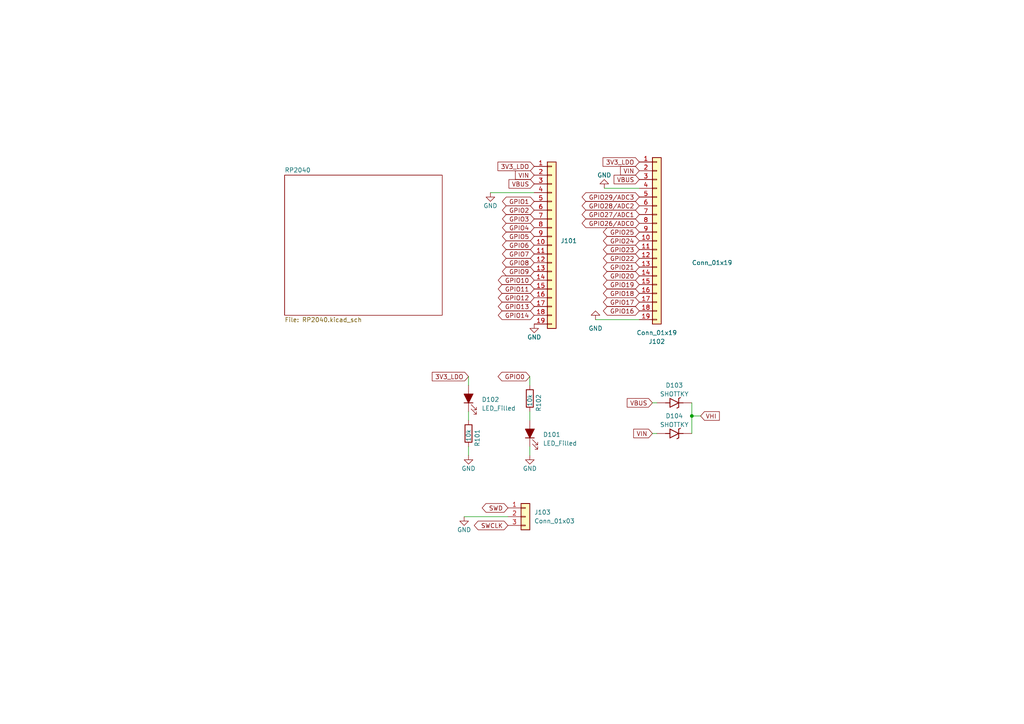
<source format=kicad_sch>
(kicad_sch (version 20211123) (generator eeschema)
  (paper "A4")
  (title_block (title "RP2040 Template") (date "2022-04-24") (rev "2") (company "J & R Creative Technologies Inc.") (comment 1 "@RangenMichael") (comment 2 "https://twitter.com/RangenMichael") (comment 3 "MIT License") (comment 4 "https://github.com/mrangen/RP2040-Dev-Board"))
  (lib_symbols
    (symbol "Connector_Generic:Conn_01x03" (pin_names (offset 1.016) hide)
      (property "Reference" "J" (at 0 5.08 0))
      (property "Value" "Conn_01x03" (at 0 -5.08 0))
      (symbol "Conn_01x03_1_1"
        (rectangle (start -1.27 -2.413) (end 0 -2.667) (stroke (width 0.1524)))
        (rectangle (start -1.27 0.127) (end 0 -0.127) (stroke (width 0.1524)))
        (rectangle (start -1.27 2.667) (end 0 2.413) (stroke (width 0.1524)))
        (rectangle (start -1.27 3.81) (end 1.27 -3.81) (stroke (width 0.254)) (fill (type background)))
        (pin passive line (at -5.08 2.54 0) (length 3.81) (name "Pin_1") (number "1"))
        (pin passive line (at -5.08 0 0) (length 3.81) (name "Pin_2") (number "2"))
        (pin passive line (at -5.08 -2.54 0) (length 3.81) (name "Pin_3") (number "3"))
      )
    )
    (symbol "Connector_Generic:Conn_01x19" (pin_names (offset 1.016) hide)
      (property "Reference" "J" (at 0 25.4 0))
      (property "Value" "Conn_01x19" (at 0 -25.4 0))
      (symbol "Conn_01x19_1_1"
        (rectangle (start -1.27 -22.733) (end 0 -22.987) (stroke (width 0.1524)))
        (rectangle (start -1.27 -20.193) (end 0 -20.447) (stroke (width 0.1524)))
        (rectangle (start -1.27 -17.653) (end 0 -17.907) (stroke (width 0.1524)))
        (rectangle (start -1.27 -15.113) (end 0 -15.367) (stroke (width 0.1524)))
        (rectangle (start -1.27 -12.573) (end 0 -12.827) (stroke (width 0.1524)))
        (rectangle (start -1.27 -10.033) (end 0 -10.287) (stroke (width 0.1524)))
        (rectangle (start -1.27 -7.493) (end 0 -7.747) (stroke (width 0.1524)))
        (rectangle (start -1.27 -4.953) (end 0 -5.207) (stroke (width 0.1524)))
        (rectangle (start -1.27 -2.413) (end 0 -2.667) (stroke (width 0.1524)))
        (rectangle (start -1.27 0.127) (end 0 -0.127) (stroke (width 0.1524)))
        (rectangle (start -1.27 2.667) (end 0 2.413) (stroke (width 0.1524)))
        (rectangle (start -1.27 5.207) (end 0 4.953) (stroke (width 0.1524)))
        (rectangle (start -1.27 7.747) (end 0 7.493) (stroke (width 0.1524)))
        (rectangle (start -1.27 10.287) (end 0 10.033) (stroke (width 0.1524)))
        (rectangle (start -1.27 12.827) (end 0 12.573) (stroke (width 0.1524)))
        (rectangle (start -1.27 15.367) (end 0 15.113) (stroke (width 0.1524)))
        (rectangle (start -1.27 17.907) (end 0 17.653) (stroke (width 0.1524)))
        (rectangle (start -1.27 20.447) (end 0 20.193) (stroke (width 0.1524)))
        (rectangle (start -1.27 22.987) (end 0 22.733) (stroke (width 0.1524)))
        (rectangle (start -1.27 24.13) (end 1.27 -24.13) (stroke (width 0.254)) (fill (type background)))
        (pin passive line (at -5.08 22.86 0) (length 3.81) (name "Pin_1") (number "1"))
        (pin passive line (at -5.08 0 0) (length 3.81) (name "Pin_10") (number "10"))
        (pin passive line (at -5.08 -2.54 0) (length 3.81) (name "Pin_11") (number "11"))
        (pin passive line (at -5.08 -5.08 0) (length 3.81) (name "Pin_12") (number "12"))
        (pin passive line (at -5.08 -7.62 0) (length 3.81) (name "Pin_13") (number "13"))
        (pin passive line (at -5.08 -10.16 0) (length 3.81) (name "Pin_14") (number "14"))
        (pin passive line (at -5.08 -12.7 0) (length 3.81) (name "Pin_15") (number "15"))
        (pin passive line (at -5.08 -15.24 0) (length 3.81) (name "Pin_16") (number "16"))
        (pin passive line (at -5.08 -17.78 0) (length 3.81) (name "Pin_17") (number "17"))
        (pin passive line (at -5.08 -20.32 0) (length 3.81) (name "Pin_18") (number "18"))
        (pin passive line (at -5.08 -22.86 0) (length 3.81) (name "Pin_19") (number "19"))
        (pin passive line (at -5.08 20.32 0) (length 3.81) (name "Pin_2") (number "2"))
        (pin passive line (at -5.08 17.78 0) (length 3.81) (name "Pin_3") (number "3"))
        (pin passive line (at -5.08 15.24 0) (length 3.81) (name "Pin_4") (number "4"))
        (pin passive line (at -5.08 12.7 0) (length 3.81) (name "Pin_5") (number "5"))
        (pin passive line (at -5.08 10.16 0) (length 3.81) (name "Pin_6") (number "6"))
        (pin passive line (at -5.08 7.62 0) (length 3.81) (name "Pin_7") (number "7"))
        (pin passive line (at -5.08 5.08 0) (length 3.81) (name "Pin_8") (number "8"))
        (pin passive line (at -5.08 2.54 0) (length 3.81) (name "Pin_9") (number "9"))
      )
    )
    (symbol "DIODE-SHOTTKY_MBRA140_1" (pin_numbers hide) (pin_names (offset 1.27) hide)
      (property "Reference" "D103" (at 0 5.08 0))
      (property "Value" "SHOTTKY" (at 0 2.54 0))
      (symbol "DIODE-SHOTTKY_MBRA140_1_1_0"
        (polyline (pts (xy -2.54 0) (xy -1.27 0)) (stroke (width 0.254)))
        (polyline (pts (xy -1.27 -1.27) (xy 1.27 0)) (stroke (width 0.254)))
        (polyline (pts (xy -1.27 0) (xy -1.27 -1.27)) (stroke (width 0.254)))
        (polyline (pts (xy -1.27 1.27) (xy -1.27 0)) (stroke (width 0.254)))
        (polyline (pts (xy 1.27 -1.27) (xy 0.762 -1.524)) (stroke (width 0.254)))
        (polyline (pts (xy 1.27 0) (xy -1.27 1.27)) (stroke (width 0.254)))
        (polyline (pts (xy 1.27 0) (xy 1.27 -1.27)) (stroke (width 0.254)))
        (polyline (pts (xy 1.27 1.27) (xy 1.27 0)) (stroke (width 0.254)))
        (polyline (pts (xy 1.27 1.27) (xy 1.778 1.524)) (stroke (width 0.254)))
        (polyline (pts (xy 2.54 0) (xy 1.27 0)) (stroke (width 0.254)))
      )
      (symbol "DIODE-SHOTTKY_MBRA140_1_1_1"
        (pin passive line (at 5.08 0 180) (length 2.54) (name "C") (number "1"))
        (pin passive line (at -5.08 0 0) (length 2.54) (name "A") (number "2"))
      )
    )
    (symbol "Device:LED_Filled" (pin_numbers hide) (pin_names (offset 1.016) hide)
      (property "Reference" "D" (at 0 2.54 0))
      (property "Value" "LED_Filled" (at 0 -2.54 0))
      (symbol "LED_Filled_0_1"
        (polyline (pts (xy -1.27 -1.27) (xy -1.27 1.27)) (stroke (width 0.254)))
        (polyline (pts (xy -1.27 0) (xy 1.27 0)))
        (polyline (pts (xy 1.27 -1.27) (xy 1.27 1.27) (xy -1.27 0) (xy 1.27 -1.27)) (stroke (width 0.254)) (fill (type outline)))
        (polyline (pts (xy -3.048 -0.762) (xy -4.572 -2.286) (xy -3.81 -2.286) (xy -4.572 -2.286) (xy -4.572 -1.524)))
        (polyline (pts (xy -1.778 -0.762) (xy -3.302 -2.286) (xy -2.54 -2.286) (xy -3.302 -2.286) (xy -3.302 -1.524)))
      )
      (symbol "LED_Filled_1_1"
        (pin passive line (at -3.81 0 0) (length 2.54) (name "K") (number "1"))
        (pin passive line (at 3.81 0 180) (length 2.54) (name "A") (number "2"))
      )
    )
    (symbol "Device:R" (pin_numbers hide) (pin_names (offset 0))
      (property "Reference" "R" (at 2.032 0 90))
      (property "Value" "R" (at 0 0 90))
      (symbol "R_0_1"
        (rectangle (start -1.016 -2.54) (end 1.016 2.54) (stroke (width 0.254)))
      )
      (symbol "R_1_1"
        (pin passive line (at 0 3.81 270) (length 1.27) (name "~") (number "1"))
        (pin passive line (at 0 -3.81 90) (length 1.27) (name "~") (number "2"))
      )
    )
    (symbol "power:GND" (power) (pin_names (offset 0))
      (property "Value" "GND" (at 0 -3.81 0))
      (symbol "GND_0_1"
        (polyline (pts (xy 0 0) (xy 0 -1.27) (xy 1.27 -1.27) (xy 0 -2.54) (xy -1.27 -1.27) (xy 0 -1.27)))
      )
      (symbol "GND_1_1"
        (pin power_in line (at 0 0 270) (length 0) hide (name "GND") (number "1"))
      )
    )
  )
  (junction (at 200.66 120.65))
  (wire (pts (xy 135.89 119.38) (xy 135.89 121.92)))
  (wire (pts (xy 189.23 116.84) (xy 190.5 116.84)))
  (wire (pts (xy 134.62 149.86) (xy 147.32 149.86)))
  (wire (pts (xy 135.89 109.22) (xy 135.89 111.76)))
  (wire (pts (xy 200.66 120.65) (xy 203.2 120.65)))
  (wire (pts (xy 153.67 109.22) (xy 153.67 111.76)))
  (wire (pts (xy 135.89 129.54) (xy 135.89 132.08)))
  (wire (pts (xy 185.42 92.71) (xy 172.72 92.71)))
  (wire (pts (xy 142.24 55.88) (xy 154.94 55.88)))
  (wire (pts (xy 153.67 129.54) (xy 153.67 132.08)))
  (wire (pts (xy 200.66 120.65) (xy 200.66 125.73)))
  (wire (pts (xy 153.67 119.38) (xy 153.67 121.92)))
  (wire (pts (xy 200.66 116.84) (xy 200.66 120.65)))
  (wire (pts (xy 185.42 54.61) (xy 175.26 54.61)))
  (wire (pts (xy 189.23 125.73) (xy 190.5 125.73)))
  (global_label "GPIO18" (shape tri_state) (at 185.42 85.09 180) (property "Intersheet References" "${INTERSHEET_REFS}" (effects hide)))
  (global_label "GPIO9" (shape tri_state) (at 154.94 78.74 180) (property "Intersheet References" "${INTERSHEET_REFS}" (effects hide)))
  (global_label "GPIO4" (shape tri_state) (at 154.94 66.04 180) (property "Intersheet References" "${INTERSHEET_REFS}" (effects hide)))
  (global_label "VBUS" (shape input) (at 154.94 53.34 180) (property "Intersheet References" "${INTERSHEET_REFS}" (effects hide)))
  (global_label "SWCLK" (shape tri_state) (at 147.32 152.4 180) (property "Intersheet References" "${INTERSHEET_REFS}" (effects hide)))
  (global_label "3V3_LDO" (shape input) (at 135.89 109.22 180) (property "Intersheet References" "${INTERSHEET_REFS}" (effects hide)))
  (global_label "GPIO14" (shape tri_state) (at 154.94 91.44 180) (property "Intersheet References" "${INTERSHEET_REFS}" (effects hide)))
  (global_label "GPIO12" (shape tri_state) (at 154.94 86.36 180) (property "Intersheet References" "${INTERSHEET_REFS}" (effects hide)))
  (global_label "GPIO24" (shape tri_state) (at 185.42 69.85 180) (property "Intersheet References" "${INTERSHEET_REFS}" (effects hide)))
  (global_label "GPIO10" (shape tri_state) (at 154.94 81.28 180) (property "Intersheet References" "${INTERSHEET_REFS}" (effects hide)))
  (global_label "VHI" (shape input) (at 203.2 120.65 0) (property "Intersheet References" "${INTERSHEET_REFS}" (effects hide)))
  (global_label "3V3_LDO" (shape input) (at 154.94 48.26 180) (property "Intersheet References" "${INTERSHEET_REFS}" (effects hide)))
  (global_label "GPIO22" (shape tri_state) (at 185.42 74.93 180) (property "Intersheet References" "${INTERSHEET_REFS}" (effects hide)))
  (global_label "GPIO1" (shape tri_state) (at 154.94 58.42 180) (property "Intersheet References" "${INTERSHEET_REFS}" (effects hide)))
  (global_label "SWD" (shape tri_state) (at 147.32 147.32 180) (property "Intersheet References" "${INTERSHEET_REFS}" (effects hide)))
  (global_label "VBUS" (shape input) (at 189.23 116.84 180) (property "Intersheet References" "${INTERSHEET_REFS}" (effects hide)))
  (global_label "GPIO17" (shape tri_state) (at 185.42 87.63 180) (property "Intersheet References" "${INTERSHEET_REFS}" (effects hide)))
  (global_label "GPIO27{slash}ADC1" (shape tri_state) (at 185.42 62.23 180) (property "Intersheet References" "${INTERSHEET_REFS}" (effects hide)))
  (global_label "GPIO2" (shape tri_state) (at 154.94 60.96 180) (property "Intersheet References" "${INTERSHEET_REFS}" (effects hide)))
  (global_label "GPIO25" (shape tri_state) (at 185.42 67.31 180) (property "Intersheet References" "${INTERSHEET_REFS}" (effects hide)))
  (global_label "VIN" (shape input) (at 154.94 50.8 180) (property "Intersheet References" "${INTERSHEET_REFS}" (effects hide)))
  (global_label "3V3_LDO" (shape input) (at 185.42 46.99 180) (property "Intersheet References" "${INTERSHEET_REFS}" (effects hide)))
  (global_label "GPIO20" (shape tri_state) (at 185.42 80.01 180) (property "Intersheet References" "${INTERSHEET_REFS}" (effects hide)))
  (global_label "GPIO21" (shape tri_state) (at 185.42 77.47 180) (property "Intersheet References" "${INTERSHEET_REFS}" (effects hide)))
  (global_label "GPIO26{slash}ADC0" (shape tri_state) (at 185.42 64.77 180) (property "Intersheet References" "${INTERSHEET_REFS}" (effects hide)))
  (global_label "GPIO6" (shape tri_state) (at 154.94 71.12 180) (property "Intersheet References" "${INTERSHEET_REFS}" (effects hide)))
  (global_label "VIN" (shape input) (at 189.23 125.73 180) (property "Intersheet References" "${INTERSHEET_REFS}" (effects hide)))
  (global_label "GPIO29{slash}ADC3" (shape tri_state) (at 185.42 57.15 180) (property "Intersheet References" "${INTERSHEET_REFS}" (effects hide)))
  (global_label "GPIO11" (shape tri_state) (at 154.94 83.82 180) (property "Intersheet References" "${INTERSHEET_REFS}" (effects hide)))
  (global_label "GPIO8" (shape tri_state) (at 154.94 76.2 180) (property "Intersheet References" "${INTERSHEET_REFS}" (effects hide)))
  (global_label "GPIO3" (shape tri_state) (at 154.94 63.5 180) (property "Intersheet References" "${INTERSHEET_REFS}" (effects hide)))
  (global_label "GPIO16" (shape tri_state) (at 185.42 90.17 180) (property "Intersheet References" "${INTERSHEET_REFS}" (effects hide)))
  (global_label "GPIO19" (shape tri_state) (at 185.42 82.55 180) (property "Intersheet References" "${INTERSHEET_REFS}" (effects hide)))
  (global_label "VBUS" (shape input) (at 185.42 52.07 180) (property "Intersheet References" "${INTERSHEET_REFS}" (effects hide)))
  (global_label "GPIO7" (shape tri_state) (at 154.94 73.66 180) (property "Intersheet References" "${INTERSHEET_REFS}" (effects hide)))
  (global_label "GPIO5" (shape tri_state) (at 154.94 68.58 180) (property "Intersheet References" "${INTERSHEET_REFS}" (effects hide)))
  (global_label "GPIO0" (shape tri_state) (at 153.67 109.22 180) (property "Intersheet References" "${INTERSHEET_REFS}" (effects hide)))
  (global_label "VIN" (shape input) (at 185.42 49.53 180) (property "Intersheet References" "${INTERSHEET_REFS}" (effects hide)))
  (global_label "GPIO28{slash}ADC2" (shape tri_state) (at 185.42 59.69 180) (property "Intersheet References" "${INTERSHEET_REFS}" (effects hide)))
  (global_label "GPIO23" (shape tri_state) (at 185.42 72.39 180) (property "Intersheet References" "${INTERSHEET_REFS}" (effects hide)))
  (global_label "GPIO13" (shape tri_state) (at 154.94 88.9 180) (property "Intersheet References" "${INTERSHEET_REFS}" (effects hide)))
  (symbol (lib_id "power:GND") (at 142.24 55.88 0) (unit 1)
    (property "Reference" "#PWR0105" (effects hide))
    (property "Value" "GND" (at 142.24 59.69 0))
  )
  (symbol (lib_id "Device:R") (at 135.89 125.73 180) (unit 1)
    (property "Reference" "R101" (at 138.43 124.46 90) (effects (justify left)))
    (property "Value" "10k" (at 135.89 124.46 90) (effects (justify left)))
    (property "Footprint" "Breadstick Footprints:Perfect_0402_Resistor" (effects hide))
    (property "JLCPCB P/N" "C25744" (effects hide))
  )
  (symbol (lib_id "power:GND") (at 153.67 132.08 0) (unit 1)
    (property "Reference" "#PWR0104" (effects hide))
    (property "Value" "GND" (at 153.67 135.89 0))
  )
  (symbol (lib_id "Connector_Generic:Conn_01x19") (at 160.02 71.12 0) (unit 1)
    (property "Reference" "J101" (at 162.56 69.8499 0) (effects (justify left)))
    (property "Value" "Conn_01x19" (at 200.66 76.2001 0) (effects (justify left)))
    (property "Footprint" "Connector_PinHeader_2.54mm:PinHeader_1x19_P2.54mm_Vertical" (effects hide))
  )
  (symbol (lib_id "Device:R") (at 153.67 115.57 180) (unit 1)
    (property "Reference" "R102" (at 156.21 114.3 90) (effects (justify left)))
    (property "Value" "10k" (at 153.67 114.3 90) (effects (justify left)))
    (property "Footprint" "Breadstick Footprints:Perfect_0402_Resistor" (effects hide))
    (property "JLCPCB P/N" "C25744" (effects hide))
  )
  (symbol (lib_name "DIODE-SHOTTKY_MBRA140_1") (lib_id "SparkFun-DiscreteSemi:DIODE-SHOTTKY_MBRA140") (at 195.58 125.73 0) (unit 1)
    (property "Reference" "D104" (at 195.58 120.65 0))
    (property "Value" "SHOTTKY" (at 195.58 123.19 0))
    (property "Footprint" "Diode_SMD:D_SOD-123" (effects hide))
    (property "Field4" "SOD-123" (effects hide))
    (property "JLCPCB P/N" "C8598" (effects hide))
  )
  (symbol (lib_id "power:GND") (at 154.94 93.98 0) (unit 1)
    (property "Reference" "#PWR0108" (effects hide))
    (property "Value" "GND" (at 154.94 97.79 0))
  )
  (symbol (lib_id "Device:LED_Filled") (at 135.89 115.57 90) (unit 1)
    (property "Reference" "D102" (at 139.7 115.8874 90) (effects (justify right)))
    (property "Value" "LED_Filled" (at 139.7 118.4274 90) (effects (justify right)))
    (property "Footprint" "LED_SMD:LED_0805_2012Metric" (effects hide))
    (property "JLCPCB P/N" "C2297" (effects hide))
  )
  (symbol (lib_id "Device:LED_Filled") (at 153.67 125.73 90) (unit 1)
    (property "Reference" "D101" (at 157.48 126.0474 90) (effects (justify right)))
    (property "Value" "LED_Filled" (at 157.48 128.5874 90) (effects (justify right)))
    (property "Footprint" "LED_SMD:LED_0805_2012Metric" (effects hide))
    (property "JLCPCB P/N" "C2297" (effects hide))
  )
  (symbol (lib_id "power:GND") (at 135.89 132.08 0) (unit 1)
    (property "Reference" "#PWR0106" (effects hide))
    (property "Value" "GND" (at 135.89 135.89 0))
  )
  (symbol (lib_name "DIODE-SHOTTKY_MBRA140_1") (lib_id "SparkFun-DiscreteSemi:DIODE-SHOTTKY_MBRA140") (at 195.58 116.84 0) (unit 1)
    (property "Reference" "D103" (at 195.58 111.76 0))
    (property "Value" "SHOTTKY" (at 195.58 114.3 0))
    (property "Footprint" "Diode_SMD:D_SOD-123" (effects hide))
    (property "Field4" "SOD-123" (effects hide))
    (property "JLCPCB P/N" "C8598" (effects hide))
  )
  (symbol (lib_id "power:GND") (at 172.72 92.71 180) (unit 1)
    (property "Reference" "#PWR0107" (effects hide))
    (property "Value" "GND" (at 172.72 95.25 0))
  )
  (symbol (lib_id "Connector_Generic:Conn_01x19") (at 190.5 69.85 0) (unit 1)
    (property "Reference" "J102" (at 190.5 99.06 0))
    (property "Value" "Conn_01x19" (at 190.5 96.52 0))
    (property "Footprint" "Connector_PinHeader_2.54mm:PinHeader_1x19_P2.54mm_Vertical" (effects hide))
  )
  (symbol (lib_id "power:GND") (at 175.26 54.61 180) (unit 1)
    (property "Reference" "#PWR0109" (effects hide))
    (property "Value" "GND" (at 175.26 50.8 0))
  )
  (symbol (lib_id "Connector_Generic:Conn_01x03") (at 152.4 149.86 0) (unit 1)
    (property "Reference" "J103" (at 154.94 148.5899 0) (effects (justify left)))
    (property "Value" "Conn_01x03" (at 154.94 151.1299 0) (effects (justify left)))
    (property "Footprint" "Connector_PinHeader_2.54mm:PinHeader_1x03_P2.54mm_Horizontal" (effects hide))
  )
  (symbol (lib_id "power:GND") (at 134.62 149.86 0) (unit 1)
    (property "Reference" "#PWR0110" (effects hide))
    (property "Value" "GND" (at 134.62 153.67 0))
  )
  (sheet (at 82.55 50.8) (size 45.72 40.64) (stroke (width 0.1524))
    (property "Sheet name" "RP2040" (at 82.55 50.0884 0) (effects (justify left bottom)))
    (property "Sheet file" "RP2040.kicad_sch" (at 82.55 92.0246 0) (effects (justify left top)))
  )
)
</source>
